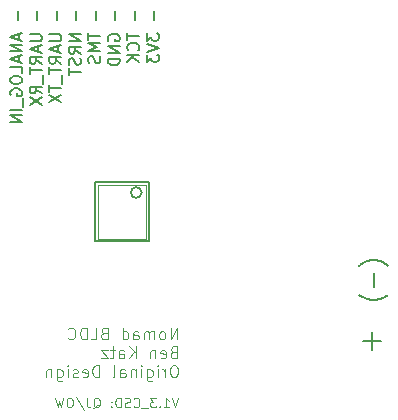
<source format=gbo>
G04 #@! TF.GenerationSoftware,KiCad,Pcbnew,(5.1.4-0)*
G04 #@! TF.CreationDate,2019-10-13T11:49:40-04:00*
G04 #@! TF.ProjectId,PCB_V1.3,5043425f-5631-42e3-932e-6b696361645f,rev?*
G04 #@! TF.SameCoordinates,Original*
G04 #@! TF.FileFunction,Legend,Bot*
G04 #@! TF.FilePolarity,Positive*
%FSLAX46Y46*%
G04 Gerber Fmt 4.6, Leading zero omitted, Abs format (unit mm)*
G04 Created by KiCad (PCBNEW (5.1.4-0)) date 2019-10-13 11:49:40*
%MOMM*%
%LPD*%
G04 APERTURE LIST*
%ADD10C,0.150000*%
%ADD11C,0.100000*%
%ADD12C,0.060000*%
%ADD13C,0.142240*%
%ADD14C,0.152400*%
%ADD15C,0.050800*%
G04 APERTURE END LIST*
D10*
X70636428Y-52635595D02*
X70636428Y-53397500D01*
X70731666Y-54587976D02*
X70731666Y-55064166D01*
X71017380Y-54492738D02*
X70017380Y-54826071D01*
X71017380Y-55159404D01*
X71017380Y-55492738D02*
X70017380Y-55492738D01*
X71017380Y-56064166D01*
X70017380Y-56064166D01*
X70731666Y-56492738D02*
X70731666Y-56968928D01*
X71017380Y-56397500D02*
X70017380Y-56730833D01*
X71017380Y-57064166D01*
X71017380Y-57873690D02*
X71017380Y-57397500D01*
X70017380Y-57397500D01*
X70017380Y-58397500D02*
X70017380Y-58587976D01*
X70065000Y-58683214D01*
X70160238Y-58778452D01*
X70350714Y-58826071D01*
X70684047Y-58826071D01*
X70874523Y-58778452D01*
X70969761Y-58683214D01*
X71017380Y-58587976D01*
X71017380Y-58397500D01*
X70969761Y-58302261D01*
X70874523Y-58207023D01*
X70684047Y-58159404D01*
X70350714Y-58159404D01*
X70160238Y-58207023D01*
X70065000Y-58302261D01*
X70017380Y-58397500D01*
X70065000Y-59778452D02*
X70017380Y-59683214D01*
X70017380Y-59540357D01*
X70065000Y-59397500D01*
X70160238Y-59302261D01*
X70255476Y-59254642D01*
X70445952Y-59207023D01*
X70588809Y-59207023D01*
X70779285Y-59254642D01*
X70874523Y-59302261D01*
X70969761Y-59397500D01*
X71017380Y-59540357D01*
X71017380Y-59635595D01*
X70969761Y-59778452D01*
X70922142Y-59826071D01*
X70588809Y-59826071D01*
X70588809Y-59635595D01*
X71112619Y-60016547D02*
X71112619Y-60778452D01*
X71017380Y-61016547D02*
X70017380Y-61016547D01*
X71017380Y-61492738D02*
X70017380Y-61492738D01*
X71017380Y-62064166D01*
X70017380Y-62064166D01*
X72286428Y-52635595D02*
X72286428Y-53397500D01*
X71667380Y-54635595D02*
X72476904Y-54635595D01*
X72572142Y-54683214D01*
X72619761Y-54730833D01*
X72667380Y-54826071D01*
X72667380Y-55016547D01*
X72619761Y-55111785D01*
X72572142Y-55159404D01*
X72476904Y-55207023D01*
X71667380Y-55207023D01*
X72381666Y-55635595D02*
X72381666Y-56111785D01*
X72667380Y-55540357D02*
X71667380Y-55873690D01*
X72667380Y-56207023D01*
X72667380Y-57111785D02*
X72191190Y-56778452D01*
X72667380Y-56540357D02*
X71667380Y-56540357D01*
X71667380Y-56921309D01*
X71715000Y-57016547D01*
X71762619Y-57064166D01*
X71857857Y-57111785D01*
X72000714Y-57111785D01*
X72095952Y-57064166D01*
X72143571Y-57016547D01*
X72191190Y-56921309D01*
X72191190Y-56540357D01*
X71667380Y-57397500D02*
X71667380Y-57968928D01*
X72667380Y-57683214D02*
X71667380Y-57683214D01*
X72762619Y-58064166D02*
X72762619Y-58826071D01*
X72667380Y-59635595D02*
X72191190Y-59302261D01*
X72667380Y-59064166D02*
X71667380Y-59064166D01*
X71667380Y-59445119D01*
X71715000Y-59540357D01*
X71762619Y-59587976D01*
X71857857Y-59635595D01*
X72000714Y-59635595D01*
X72095952Y-59587976D01*
X72143571Y-59540357D01*
X72191190Y-59445119D01*
X72191190Y-59064166D01*
X71667380Y-59968928D02*
X72667380Y-60635595D01*
X71667380Y-60635595D02*
X72667380Y-59968928D01*
X73936428Y-52635595D02*
X73936428Y-53397500D01*
X73317380Y-54635595D02*
X74126904Y-54635595D01*
X74222142Y-54683214D01*
X74269761Y-54730833D01*
X74317380Y-54826071D01*
X74317380Y-55016547D01*
X74269761Y-55111785D01*
X74222142Y-55159404D01*
X74126904Y-55207023D01*
X73317380Y-55207023D01*
X74031666Y-55635595D02*
X74031666Y-56111785D01*
X74317380Y-55540357D02*
X73317380Y-55873690D01*
X74317380Y-56207023D01*
X74317380Y-57111785D02*
X73841190Y-56778452D01*
X74317380Y-56540357D02*
X73317380Y-56540357D01*
X73317380Y-56921309D01*
X73365000Y-57016547D01*
X73412619Y-57064166D01*
X73507857Y-57111785D01*
X73650714Y-57111785D01*
X73745952Y-57064166D01*
X73793571Y-57016547D01*
X73841190Y-56921309D01*
X73841190Y-56540357D01*
X73317380Y-57397500D02*
X73317380Y-57968928D01*
X74317380Y-57683214D02*
X73317380Y-57683214D01*
X74412619Y-58064166D02*
X74412619Y-58826071D01*
X73317380Y-58921309D02*
X73317380Y-59492738D01*
X74317380Y-59207023D02*
X73317380Y-59207023D01*
X73317380Y-59730833D02*
X74317380Y-60397500D01*
X73317380Y-60397500D02*
X74317380Y-59730833D01*
X75586428Y-52635595D02*
X75586428Y-53397500D01*
X75967380Y-54635595D02*
X74967380Y-54635595D01*
X75967380Y-55207023D01*
X74967380Y-55207023D01*
X75967380Y-56254642D02*
X75491190Y-55921309D01*
X75967380Y-55683214D02*
X74967380Y-55683214D01*
X74967380Y-56064166D01*
X75015000Y-56159404D01*
X75062619Y-56207023D01*
X75157857Y-56254642D01*
X75300714Y-56254642D01*
X75395952Y-56207023D01*
X75443571Y-56159404D01*
X75491190Y-56064166D01*
X75491190Y-55683214D01*
X75919761Y-56635595D02*
X75967380Y-56778452D01*
X75967380Y-57016547D01*
X75919761Y-57111785D01*
X75872142Y-57159404D01*
X75776904Y-57207023D01*
X75681666Y-57207023D01*
X75586428Y-57159404D01*
X75538809Y-57111785D01*
X75491190Y-57016547D01*
X75443571Y-56826071D01*
X75395952Y-56730833D01*
X75348333Y-56683214D01*
X75253095Y-56635595D01*
X75157857Y-56635595D01*
X75062619Y-56683214D01*
X75015000Y-56730833D01*
X74967380Y-56826071D01*
X74967380Y-57064166D01*
X75015000Y-57207023D01*
X74967380Y-57492738D02*
X74967380Y-58064166D01*
X75967380Y-57778452D02*
X74967380Y-57778452D01*
X77236428Y-52635595D02*
X77236428Y-53397500D01*
X76617380Y-54492738D02*
X76617380Y-55064166D01*
X77617380Y-54778452D02*
X76617380Y-54778452D01*
X77617380Y-55397500D02*
X76617380Y-55397500D01*
X77331666Y-55730833D01*
X76617380Y-56064166D01*
X77617380Y-56064166D01*
X77569761Y-56492738D02*
X77617380Y-56635595D01*
X77617380Y-56873690D01*
X77569761Y-56968928D01*
X77522142Y-57016547D01*
X77426904Y-57064166D01*
X77331666Y-57064166D01*
X77236428Y-57016547D01*
X77188809Y-56968928D01*
X77141190Y-56873690D01*
X77093571Y-56683214D01*
X77045952Y-56587976D01*
X76998333Y-56540357D01*
X76903095Y-56492738D01*
X76807857Y-56492738D01*
X76712619Y-56540357D01*
X76665000Y-56587976D01*
X76617380Y-56683214D01*
X76617380Y-56921309D01*
X76665000Y-57064166D01*
X78886428Y-52635595D02*
X78886428Y-53397500D01*
X78315000Y-55159404D02*
X78267380Y-55064166D01*
X78267380Y-54921309D01*
X78315000Y-54778452D01*
X78410238Y-54683214D01*
X78505476Y-54635595D01*
X78695952Y-54587976D01*
X78838809Y-54587976D01*
X79029285Y-54635595D01*
X79124523Y-54683214D01*
X79219761Y-54778452D01*
X79267380Y-54921309D01*
X79267380Y-55016547D01*
X79219761Y-55159404D01*
X79172142Y-55207023D01*
X78838809Y-55207023D01*
X78838809Y-55016547D01*
X79267380Y-55635595D02*
X78267380Y-55635595D01*
X79267380Y-56207023D01*
X78267380Y-56207023D01*
X79267380Y-56683214D02*
X78267380Y-56683214D01*
X78267380Y-56921309D01*
X78315000Y-57064166D01*
X78410238Y-57159404D01*
X78505476Y-57207023D01*
X78695952Y-57254642D01*
X78838809Y-57254642D01*
X79029285Y-57207023D01*
X79124523Y-57159404D01*
X79219761Y-57064166D01*
X79267380Y-56921309D01*
X79267380Y-56683214D01*
X80536428Y-52635595D02*
X80536428Y-53397500D01*
X79917380Y-54492738D02*
X79917380Y-55064166D01*
X80917380Y-54778452D02*
X79917380Y-54778452D01*
X80822142Y-55968928D02*
X80869761Y-55921309D01*
X80917380Y-55778452D01*
X80917380Y-55683214D01*
X80869761Y-55540357D01*
X80774523Y-55445119D01*
X80679285Y-55397500D01*
X80488809Y-55349880D01*
X80345952Y-55349880D01*
X80155476Y-55397500D01*
X80060238Y-55445119D01*
X79965000Y-55540357D01*
X79917380Y-55683214D01*
X79917380Y-55778452D01*
X79965000Y-55921309D01*
X80012619Y-55968928D01*
X80917380Y-56397500D02*
X79917380Y-56397500D01*
X80917380Y-56968928D02*
X80345952Y-56540357D01*
X79917380Y-56968928D02*
X80488809Y-56397500D01*
X82186428Y-52635595D02*
X82186428Y-53397500D01*
X81567380Y-54540357D02*
X81567380Y-55159404D01*
X81948333Y-54826071D01*
X81948333Y-54968928D01*
X81995952Y-55064166D01*
X82043571Y-55111785D01*
X82138809Y-55159404D01*
X82376904Y-55159404D01*
X82472142Y-55111785D01*
X82519761Y-55064166D01*
X82567380Y-54968928D01*
X82567380Y-54683214D01*
X82519761Y-54587976D01*
X82472142Y-54540357D01*
X81567380Y-55445119D02*
X82567380Y-55778452D01*
X81567380Y-56111785D01*
X81567380Y-56349880D02*
X81567380Y-56968928D01*
X81948333Y-56635595D01*
X81948333Y-56778452D01*
X81995952Y-56873690D01*
X82043571Y-56921309D01*
X82138809Y-56968928D01*
X82376904Y-56968928D01*
X82472142Y-56921309D01*
X82519761Y-56873690D01*
X82567380Y-56778452D01*
X82567380Y-56492738D01*
X82519761Y-56397500D01*
X82472142Y-56349880D01*
D11*
X84146904Y-80452380D02*
X84146904Y-79452380D01*
X83575476Y-80452380D01*
X83575476Y-79452380D01*
X82956428Y-80452380D02*
X83051666Y-80404761D01*
X83099285Y-80357142D01*
X83146904Y-80261904D01*
X83146904Y-79976190D01*
X83099285Y-79880952D01*
X83051666Y-79833333D01*
X82956428Y-79785714D01*
X82813571Y-79785714D01*
X82718333Y-79833333D01*
X82670714Y-79880952D01*
X82623095Y-79976190D01*
X82623095Y-80261904D01*
X82670714Y-80357142D01*
X82718333Y-80404761D01*
X82813571Y-80452380D01*
X82956428Y-80452380D01*
X82194523Y-80452380D02*
X82194523Y-79785714D01*
X82194523Y-79880952D02*
X82146904Y-79833333D01*
X82051666Y-79785714D01*
X81908809Y-79785714D01*
X81813571Y-79833333D01*
X81765952Y-79928571D01*
X81765952Y-80452380D01*
X81765952Y-79928571D02*
X81718333Y-79833333D01*
X81623095Y-79785714D01*
X81480238Y-79785714D01*
X81385000Y-79833333D01*
X81337380Y-79928571D01*
X81337380Y-80452380D01*
X80432619Y-80452380D02*
X80432619Y-79928571D01*
X80480238Y-79833333D01*
X80575476Y-79785714D01*
X80765952Y-79785714D01*
X80861190Y-79833333D01*
X80432619Y-80404761D02*
X80527857Y-80452380D01*
X80765952Y-80452380D01*
X80861190Y-80404761D01*
X80908809Y-80309523D01*
X80908809Y-80214285D01*
X80861190Y-80119047D01*
X80765952Y-80071428D01*
X80527857Y-80071428D01*
X80432619Y-80023809D01*
X79527857Y-80452380D02*
X79527857Y-79452380D01*
X79527857Y-80404761D02*
X79623095Y-80452380D01*
X79813571Y-80452380D01*
X79908809Y-80404761D01*
X79956428Y-80357142D01*
X80004047Y-80261904D01*
X80004047Y-79976190D01*
X79956428Y-79880952D01*
X79908809Y-79833333D01*
X79813571Y-79785714D01*
X79623095Y-79785714D01*
X79527857Y-79833333D01*
X77956428Y-79928571D02*
X77813571Y-79976190D01*
X77765952Y-80023809D01*
X77718333Y-80119047D01*
X77718333Y-80261904D01*
X77765952Y-80357142D01*
X77813571Y-80404761D01*
X77908809Y-80452380D01*
X78289761Y-80452380D01*
X78289761Y-79452380D01*
X77956428Y-79452380D01*
X77861190Y-79500000D01*
X77813571Y-79547619D01*
X77765952Y-79642857D01*
X77765952Y-79738095D01*
X77813571Y-79833333D01*
X77861190Y-79880952D01*
X77956428Y-79928571D01*
X78289761Y-79928571D01*
X76813571Y-80452380D02*
X77289761Y-80452380D01*
X77289761Y-79452380D01*
X76480238Y-80452380D02*
X76480238Y-79452380D01*
X76242142Y-79452380D01*
X76099285Y-79500000D01*
X76004047Y-79595238D01*
X75956428Y-79690476D01*
X75908809Y-79880952D01*
X75908809Y-80023809D01*
X75956428Y-80214285D01*
X76004047Y-80309523D01*
X76099285Y-80404761D01*
X76242142Y-80452380D01*
X76480238Y-80452380D01*
X74908809Y-80357142D02*
X74956428Y-80404761D01*
X75099285Y-80452380D01*
X75194523Y-80452380D01*
X75337380Y-80404761D01*
X75432619Y-80309523D01*
X75480238Y-80214285D01*
X75527857Y-80023809D01*
X75527857Y-79880952D01*
X75480238Y-79690476D01*
X75432619Y-79595238D01*
X75337380Y-79500000D01*
X75194523Y-79452380D01*
X75099285Y-79452380D01*
X74956428Y-79500000D01*
X74908809Y-79547619D01*
X83813571Y-81528571D02*
X83670714Y-81576190D01*
X83623095Y-81623809D01*
X83575476Y-81719047D01*
X83575476Y-81861904D01*
X83623095Y-81957142D01*
X83670714Y-82004761D01*
X83765952Y-82052380D01*
X84146904Y-82052380D01*
X84146904Y-81052380D01*
X83813571Y-81052380D01*
X83718333Y-81100000D01*
X83670714Y-81147619D01*
X83623095Y-81242857D01*
X83623095Y-81338095D01*
X83670714Y-81433333D01*
X83718333Y-81480952D01*
X83813571Y-81528571D01*
X84146904Y-81528571D01*
X82765952Y-82004761D02*
X82861190Y-82052380D01*
X83051666Y-82052380D01*
X83146904Y-82004761D01*
X83194523Y-81909523D01*
X83194523Y-81528571D01*
X83146904Y-81433333D01*
X83051666Y-81385714D01*
X82861190Y-81385714D01*
X82765952Y-81433333D01*
X82718333Y-81528571D01*
X82718333Y-81623809D01*
X83194523Y-81719047D01*
X82289761Y-81385714D02*
X82289761Y-82052380D01*
X82289761Y-81480952D02*
X82242142Y-81433333D01*
X82146904Y-81385714D01*
X82004047Y-81385714D01*
X81908809Y-81433333D01*
X81861190Y-81528571D01*
X81861190Y-82052380D01*
X80623095Y-82052380D02*
X80623095Y-81052380D01*
X80051666Y-82052380D02*
X80480238Y-81480952D01*
X80051666Y-81052380D02*
X80623095Y-81623809D01*
X79194523Y-82052380D02*
X79194523Y-81528571D01*
X79242142Y-81433333D01*
X79337380Y-81385714D01*
X79527857Y-81385714D01*
X79623095Y-81433333D01*
X79194523Y-82004761D02*
X79289761Y-82052380D01*
X79527857Y-82052380D01*
X79623095Y-82004761D01*
X79670714Y-81909523D01*
X79670714Y-81814285D01*
X79623095Y-81719047D01*
X79527857Y-81671428D01*
X79289761Y-81671428D01*
X79194523Y-81623809D01*
X78861190Y-81385714D02*
X78480238Y-81385714D01*
X78718333Y-81052380D02*
X78718333Y-81909523D01*
X78670714Y-82004761D01*
X78575476Y-82052380D01*
X78480238Y-82052380D01*
X78242142Y-81385714D02*
X77718333Y-81385714D01*
X78242142Y-82052380D01*
X77718333Y-82052380D01*
X83956428Y-82652380D02*
X83765952Y-82652380D01*
X83670714Y-82700000D01*
X83575476Y-82795238D01*
X83527857Y-82985714D01*
X83527857Y-83319047D01*
X83575476Y-83509523D01*
X83670714Y-83604761D01*
X83765952Y-83652380D01*
X83956428Y-83652380D01*
X84051666Y-83604761D01*
X84146904Y-83509523D01*
X84194523Y-83319047D01*
X84194523Y-82985714D01*
X84146904Y-82795238D01*
X84051666Y-82700000D01*
X83956428Y-82652380D01*
X83099285Y-83652380D02*
X83099285Y-82985714D01*
X83099285Y-83176190D02*
X83051666Y-83080952D01*
X83004047Y-83033333D01*
X82908809Y-82985714D01*
X82813571Y-82985714D01*
X82480238Y-83652380D02*
X82480238Y-82985714D01*
X82480238Y-82652380D02*
X82527857Y-82700000D01*
X82480238Y-82747619D01*
X82432619Y-82700000D01*
X82480238Y-82652380D01*
X82480238Y-82747619D01*
X81575476Y-82985714D02*
X81575476Y-83795238D01*
X81623095Y-83890476D01*
X81670714Y-83938095D01*
X81765952Y-83985714D01*
X81908809Y-83985714D01*
X82004047Y-83938095D01*
X81575476Y-83604761D02*
X81670714Y-83652380D01*
X81861190Y-83652380D01*
X81956428Y-83604761D01*
X82004047Y-83557142D01*
X82051666Y-83461904D01*
X82051666Y-83176190D01*
X82004047Y-83080952D01*
X81956428Y-83033333D01*
X81861190Y-82985714D01*
X81670714Y-82985714D01*
X81575476Y-83033333D01*
X81099285Y-83652380D02*
X81099285Y-82985714D01*
X81099285Y-82652380D02*
X81146904Y-82700000D01*
X81099285Y-82747619D01*
X81051666Y-82700000D01*
X81099285Y-82652380D01*
X81099285Y-82747619D01*
X80623095Y-82985714D02*
X80623095Y-83652380D01*
X80623095Y-83080952D02*
X80575476Y-83033333D01*
X80480238Y-82985714D01*
X80337380Y-82985714D01*
X80242142Y-83033333D01*
X80194523Y-83128571D01*
X80194523Y-83652380D01*
X79289761Y-83652380D02*
X79289761Y-83128571D01*
X79337380Y-83033333D01*
X79432619Y-82985714D01*
X79623095Y-82985714D01*
X79718333Y-83033333D01*
X79289761Y-83604761D02*
X79385000Y-83652380D01*
X79623095Y-83652380D01*
X79718333Y-83604761D01*
X79765952Y-83509523D01*
X79765952Y-83414285D01*
X79718333Y-83319047D01*
X79623095Y-83271428D01*
X79385000Y-83271428D01*
X79289761Y-83223809D01*
X78670714Y-83652380D02*
X78765952Y-83604761D01*
X78813571Y-83509523D01*
X78813571Y-82652380D01*
X77527857Y-83652380D02*
X77527857Y-82652380D01*
X77289761Y-82652380D01*
X77146904Y-82700000D01*
X77051666Y-82795238D01*
X77004047Y-82890476D01*
X76956428Y-83080952D01*
X76956428Y-83223809D01*
X77004047Y-83414285D01*
X77051666Y-83509523D01*
X77146904Y-83604761D01*
X77289761Y-83652380D01*
X77527857Y-83652380D01*
X76146904Y-83604761D02*
X76242142Y-83652380D01*
X76432619Y-83652380D01*
X76527857Y-83604761D01*
X76575476Y-83509523D01*
X76575476Y-83128571D01*
X76527857Y-83033333D01*
X76432619Y-82985714D01*
X76242142Y-82985714D01*
X76146904Y-83033333D01*
X76099285Y-83128571D01*
X76099285Y-83223809D01*
X76575476Y-83319047D01*
X75718333Y-83604761D02*
X75623095Y-83652380D01*
X75432619Y-83652380D01*
X75337380Y-83604761D01*
X75289761Y-83509523D01*
X75289761Y-83461904D01*
X75337380Y-83366666D01*
X75432619Y-83319047D01*
X75575476Y-83319047D01*
X75670714Y-83271428D01*
X75718333Y-83176190D01*
X75718333Y-83128571D01*
X75670714Y-83033333D01*
X75575476Y-82985714D01*
X75432619Y-82985714D01*
X75337380Y-83033333D01*
X74861190Y-83652380D02*
X74861190Y-82985714D01*
X74861190Y-82652380D02*
X74908809Y-82700000D01*
X74861190Y-82747619D01*
X74813571Y-82700000D01*
X74861190Y-82652380D01*
X74861190Y-82747619D01*
X73956428Y-82985714D02*
X73956428Y-83795238D01*
X74004047Y-83890476D01*
X74051666Y-83938095D01*
X74146904Y-83985714D01*
X74289761Y-83985714D01*
X74385000Y-83938095D01*
X73956428Y-83604761D02*
X74051666Y-83652380D01*
X74242142Y-83652380D01*
X74337380Y-83604761D01*
X74385000Y-83557142D01*
X74432619Y-83461904D01*
X74432619Y-83176190D01*
X74385000Y-83080952D01*
X74337380Y-83033333D01*
X74242142Y-82985714D01*
X74051666Y-82985714D01*
X73956428Y-83033333D01*
X73480238Y-82985714D02*
X73480238Y-83652380D01*
X73480238Y-83080952D02*
X73432619Y-83033333D01*
X73337380Y-82985714D01*
X73194523Y-82985714D01*
X73099285Y-83033333D01*
X73051666Y-83128571D01*
X73051666Y-83652380D01*
D12*
X84219047Y-85411904D02*
X83952380Y-86211904D01*
X83685714Y-85411904D01*
X83000000Y-86211904D02*
X83457142Y-86211904D01*
X83228571Y-86211904D02*
X83228571Y-85411904D01*
X83304761Y-85526190D01*
X83380952Y-85602380D01*
X83457142Y-85640476D01*
X82657142Y-86135714D02*
X82619047Y-86173809D01*
X82657142Y-86211904D01*
X82695238Y-86173809D01*
X82657142Y-86135714D01*
X82657142Y-86211904D01*
X82352380Y-85411904D02*
X81857142Y-85411904D01*
X82123809Y-85716666D01*
X82009523Y-85716666D01*
X81933333Y-85754761D01*
X81895238Y-85792857D01*
X81857142Y-85869047D01*
X81857142Y-86059523D01*
X81895238Y-86135714D01*
X81933333Y-86173809D01*
X82009523Y-86211904D01*
X82238095Y-86211904D01*
X82314285Y-86173809D01*
X82352380Y-86135714D01*
X81704761Y-86288095D02*
X81095238Y-86288095D01*
X80447619Y-86135714D02*
X80485714Y-86173809D01*
X80600000Y-86211904D01*
X80676190Y-86211904D01*
X80790476Y-86173809D01*
X80866666Y-86097619D01*
X80904761Y-86021428D01*
X80942857Y-85869047D01*
X80942857Y-85754761D01*
X80904761Y-85602380D01*
X80866666Y-85526190D01*
X80790476Y-85450000D01*
X80676190Y-85411904D01*
X80600000Y-85411904D01*
X80485714Y-85450000D01*
X80447619Y-85488095D01*
X80142857Y-86173809D02*
X80028571Y-86211904D01*
X79838095Y-86211904D01*
X79761904Y-86173809D01*
X79723809Y-86135714D01*
X79685714Y-86059523D01*
X79685714Y-85983333D01*
X79723809Y-85907142D01*
X79761904Y-85869047D01*
X79838095Y-85830952D01*
X79990476Y-85792857D01*
X80066666Y-85754761D01*
X80104761Y-85716666D01*
X80142857Y-85640476D01*
X80142857Y-85564285D01*
X80104761Y-85488095D01*
X80066666Y-85450000D01*
X79990476Y-85411904D01*
X79800000Y-85411904D01*
X79685714Y-85450000D01*
X79342857Y-86211904D02*
X79342857Y-85411904D01*
X79152380Y-85411904D01*
X79038095Y-85450000D01*
X78961904Y-85526190D01*
X78923809Y-85602380D01*
X78885714Y-85754761D01*
X78885714Y-85869047D01*
X78923809Y-86021428D01*
X78961904Y-86097619D01*
X79038095Y-86173809D01*
X79152380Y-86211904D01*
X79342857Y-86211904D01*
X78542857Y-86135714D02*
X78504761Y-86173809D01*
X78542857Y-86211904D01*
X78580952Y-86173809D01*
X78542857Y-86135714D01*
X78542857Y-86211904D01*
X78542857Y-85716666D02*
X78504761Y-85754761D01*
X78542857Y-85792857D01*
X78580952Y-85754761D01*
X78542857Y-85716666D01*
X78542857Y-85792857D01*
X77019047Y-86288095D02*
X77095238Y-86250000D01*
X77171428Y-86173809D01*
X77285714Y-86059523D01*
X77361904Y-86021428D01*
X77438095Y-86021428D01*
X77400000Y-86211904D02*
X77476190Y-86173809D01*
X77552380Y-86097619D01*
X77590476Y-85945238D01*
X77590476Y-85678571D01*
X77552380Y-85526190D01*
X77476190Y-85450000D01*
X77400000Y-85411904D01*
X77247619Y-85411904D01*
X77171428Y-85450000D01*
X77095238Y-85526190D01*
X77057142Y-85678571D01*
X77057142Y-85945238D01*
X77095238Y-86097619D01*
X77171428Y-86173809D01*
X77247619Y-86211904D01*
X77400000Y-86211904D01*
X76485714Y-85411904D02*
X76485714Y-85983333D01*
X76523809Y-86097619D01*
X76600000Y-86173809D01*
X76714285Y-86211904D01*
X76790476Y-86211904D01*
X75533333Y-85373809D02*
X76219047Y-86402380D01*
X75114285Y-85411904D02*
X74961904Y-85411904D01*
X74885714Y-85450000D01*
X74809523Y-85526190D01*
X74771428Y-85678571D01*
X74771428Y-85945238D01*
X74809523Y-86097619D01*
X74885714Y-86173809D01*
X74961904Y-86211904D01*
X75114285Y-86211904D01*
X75190476Y-86173809D01*
X75266666Y-86097619D01*
X75304761Y-85945238D01*
X75304761Y-85678571D01*
X75266666Y-85526190D01*
X75190476Y-85450000D01*
X75114285Y-85411904D01*
X74504761Y-85411904D02*
X74314285Y-86211904D01*
X74161904Y-85640476D01*
X74009523Y-86211904D01*
X73819047Y-85411904D01*
D13*
X100642857Y-81381353D02*
X100642857Y-79857544D01*
X101404761Y-80619448D02*
X99880952Y-80619448D01*
X101983333Y-76669448D02*
X101907142Y-76745639D01*
X101678571Y-76898020D01*
X101526190Y-76974210D01*
X101297619Y-77050401D01*
X100916666Y-77126591D01*
X100611904Y-77126591D01*
X100230952Y-77050401D01*
X100002380Y-76974210D01*
X99850000Y-76898020D01*
X99621428Y-76745639D01*
X99545238Y-76669448D01*
X100764285Y-76059924D02*
X100764285Y-74840877D01*
X101983333Y-74231353D02*
X101907142Y-74155163D01*
X101678571Y-74002782D01*
X101526190Y-73926591D01*
X101297619Y-73850401D01*
X100916666Y-73774210D01*
X100611904Y-73774210D01*
X100230952Y-73850401D01*
X100002380Y-73926591D01*
X99850000Y-74002782D01*
X99621428Y-74155163D01*
X99545238Y-74231353D01*
D14*
X81126400Y-68024400D02*
G75*
G03X81126400Y-68024400I-457200J0D01*
G01*
D15*
X81504200Y-67364000D02*
X77395800Y-67364000D01*
X77395800Y-71936000D02*
X77395800Y-67364000D01*
X77395800Y-71936000D02*
X81504200Y-71936000D01*
X81504200Y-67364000D02*
X81504200Y-71936000D01*
D14*
X81732800Y-67135400D02*
X77167200Y-67135400D01*
X77167200Y-72164600D02*
X77167200Y-67135400D01*
X77167200Y-72164600D02*
X81732800Y-72164600D01*
X81732800Y-67135400D02*
X81732800Y-72164600D01*
M02*

</source>
